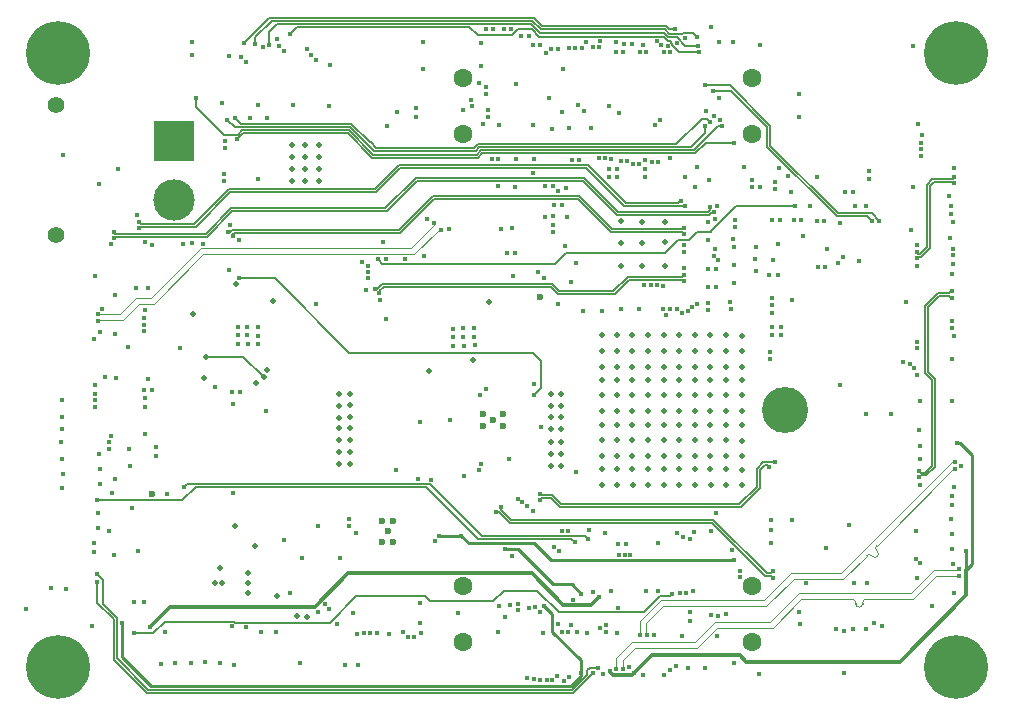
<source format=gbr>
%TF.GenerationSoftware,KiCad,Pcbnew,7.0.6-rc1-29-g152dc56df4*%
%TF.CreationDate,2023-07-03T16:00:48-04:00*%
%TF.ProjectId,pixc4-jetson-universal-carrier,70697863-342d-46a6-9574-736f6e2d756e,rev?*%
%TF.SameCoordinates,Original*%
%TF.FileFunction,Copper,L4,Inr*%
%TF.FilePolarity,Positive*%
%FSLAX46Y46*%
G04 Gerber Fmt 4.6, Leading zero omitted, Abs format (unit mm)*
G04 Created by KiCad (PCBNEW 7.0.6-rc1-29-g152dc56df4) date 2023-07-03 16:00:48*
%MOMM*%
%LPD*%
G01*
G04 APERTURE LIST*
%TA.AperFunction,ComponentPad*%
%ADD10C,1.400000*%
%TD*%
%TA.AperFunction,ComponentPad*%
%ADD11R,3.500000X3.500000*%
%TD*%
%TA.AperFunction,ComponentPad*%
%ADD12C,3.500000*%
%TD*%
%TA.AperFunction,ComponentPad*%
%ADD13C,0.800000*%
%TD*%
%TA.AperFunction,ComponentPad*%
%ADD14C,5.400000*%
%TD*%
%TA.AperFunction,ComponentPad*%
%ADD15C,1.600000*%
%TD*%
%TA.AperFunction,ComponentPad*%
%ADD16C,0.600000*%
%TD*%
%TA.AperFunction,ComponentPad*%
%ADD17C,3.900000*%
%TD*%
%TA.AperFunction,ViaPad*%
%ADD18C,0.400000*%
%TD*%
%TA.AperFunction,ViaPad*%
%ADD19C,0.500000*%
%TD*%
%TA.AperFunction,ViaPad*%
%ADD20C,0.600000*%
%TD*%
%TA.AperFunction,Conductor*%
%ADD21C,0.127254*%
%TD*%
%TA.AperFunction,Conductor*%
%ADD22C,0.254000*%
%TD*%
%TA.AperFunction,Conductor*%
%ADD23C,0.304800*%
%TD*%
%TA.AperFunction,Conductor*%
%ADD24C,0.152400*%
%TD*%
%TA.AperFunction,Conductor*%
%ADD25C,0.102108*%
%TD*%
%TA.AperFunction,Conductor*%
%ADD26C,0.157480*%
%TD*%
G04 APERTURE END LIST*
D10*
%TO.N,*%
%TO.C,J27*%
X61310700Y-97173560D03*
X61310700Y-86173560D03*
D11*
%TO.N,GND*%
X71310700Y-89173560D03*
D12*
%TO.N,/MainPower/PWR_IN*%
X71310700Y-94173560D03*
%TD*%
D13*
%TO.N,GND*%
%TO.C,J1*%
X59475000Y-81750000D03*
X60068109Y-80318109D03*
X60068109Y-83181891D03*
X61500000Y-79725000D03*
D14*
X61500000Y-81750000D03*
D13*
X61500000Y-83775000D03*
X62931891Y-80318109D03*
X62931891Y-83181891D03*
X63525000Y-81750000D03*
%TD*%
%TO.N,GND*%
%TO.C,J2*%
X59475000Y-133750000D03*
X60068109Y-132318109D03*
X60068109Y-135181891D03*
X61500000Y-131725000D03*
D14*
X61500000Y-133750000D03*
D13*
X61500000Y-135775000D03*
X62931891Y-132318109D03*
X62931891Y-135181891D03*
X63525000Y-133750000D03*
%TD*%
%TO.N,GND*%
%TO.C,J3*%
X135475000Y-81750000D03*
X136068109Y-80318109D03*
X136068109Y-83181891D03*
X137500000Y-79725000D03*
D14*
X137500000Y-81750000D03*
D13*
X137500000Y-83775000D03*
X138931891Y-80318109D03*
X138931891Y-83181891D03*
X139525000Y-81750000D03*
%TD*%
%TO.N,GND*%
%TO.C,J4*%
X135475000Y-133750000D03*
X136068109Y-132318109D03*
X136068109Y-135181891D03*
X137500000Y-131725000D03*
D14*
X137500000Y-133750000D03*
D13*
X137500000Y-135775000D03*
X138931891Y-132318109D03*
X138931891Y-135181891D03*
X139525000Y-133750000D03*
%TD*%
D15*
%TO.N,+5V*%
%TO.C,J5*%
X95750000Y-88625000D03*
X120250000Y-88625000D03*
%TO.N,GND*%
X95750000Y-83875000D03*
X120250000Y-83875000D03*
%TD*%
%TO.N,+5V*%
%TO.C,J6*%
X95750000Y-131625000D03*
X120250000Y-131625000D03*
%TO.N,GND*%
X95750000Y-126875000D03*
X120250000Y-126875000D03*
%TD*%
D16*
%TO.N,GND*%
%TO.C,U6*%
X88900800Y-121406200D03*
X88900800Y-123126200D03*
X89380800Y-122266200D03*
X89860800Y-121406200D03*
X89860800Y-123126200D03*
%TD*%
%TO.N,GND*%
%TO.C,U10*%
X99161600Y-112344200D03*
X97441600Y-112344200D03*
X98301600Y-112824200D03*
X99161600Y-113304200D03*
X97441600Y-113304200D03*
%TD*%
D17*
%TO.N,GND*%
%TO.C,SP1*%
X123000000Y-112000000D03*
%TD*%
D18*
%TO.N,GND*%
X86800000Y-130910000D03*
X118643400Y-80822800D03*
X127630000Y-109890000D03*
D19*
X110093600Y-115900000D03*
D18*
X118000000Y-129240000D03*
X99910000Y-124320000D03*
X92700000Y-95800000D03*
X118668800Y-101193600D03*
X82510000Y-81420000D03*
X92120000Y-129990000D03*
D19*
X108772800Y-106984800D03*
D18*
X78650000Y-130750000D03*
X132980000Y-107910000D03*
D19*
X107496771Y-105674800D03*
D18*
X130110000Y-91710000D03*
X113250000Y-90680000D03*
X97180000Y-110690000D03*
D19*
X119352800Y-110730000D03*
X107492800Y-109434000D03*
D18*
X90144600Y-86715600D03*
D19*
X114054284Y-113250000D03*
D18*
X104930000Y-130230000D03*
X69090000Y-109390000D03*
X70530000Y-130740000D03*
X87570000Y-101850000D03*
D19*
X114047084Y-112050000D03*
X107492800Y-106984800D03*
X118006771Y-105674800D03*
X111409942Y-106984800D03*
X115372855Y-113250000D03*
D18*
X81380000Y-86170000D03*
D19*
X116686455Y-114560000D03*
D18*
X117440000Y-85600000D03*
X114450000Y-99990000D03*
X65960000Y-97970000D03*
X99872800Y-96545400D03*
X105580000Y-90790000D03*
D19*
X82510000Y-129470000D03*
D18*
X128880000Y-126660000D03*
D19*
X107494600Y-108314000D03*
X108772800Y-109434000D03*
D18*
X95732600Y-105079800D03*
D19*
X115367455Y-108314000D03*
X108780000Y-113250000D03*
X116686026Y-108314000D03*
D18*
X100190000Y-98680000D03*
X116350000Y-86660000D03*
D19*
X119354600Y-108334000D03*
D18*
X86070000Y-121250000D03*
D19*
X107492800Y-110710000D03*
D18*
X67500000Y-115260000D03*
X124200000Y-87220000D03*
X77546200Y-106426000D03*
X112240000Y-127350000D03*
X105300000Y-99580000D03*
D19*
X107495029Y-114560000D03*
X115387084Y-118327800D03*
D18*
X64500000Y-105990000D03*
X92220000Y-130890000D03*
D19*
X108772800Y-117017800D03*
D18*
X86454400Y-129184400D03*
X102300000Y-129100000D03*
X97300000Y-82830000D03*
D19*
X111409942Y-112050000D03*
X110091371Y-106984800D03*
X110867599Y-97818001D03*
D18*
X66220000Y-124290000D03*
X76708000Y-106426000D03*
X111250000Y-127350000D03*
D19*
X118005029Y-115900000D03*
D18*
X117260000Y-131130000D03*
X67700000Y-120260000D03*
X130090000Y-92420000D03*
X103790000Y-130120000D03*
X78409800Y-105689400D03*
X117110000Y-95790000D03*
X79121000Y-87299800D03*
X75920000Y-82050000D03*
X111125000Y-91617800D03*
D19*
X119355029Y-115920000D03*
D18*
X104750000Y-88100000D03*
X100220000Y-84370000D03*
D19*
X116684226Y-117017800D03*
D18*
X95710000Y-86590000D03*
X124170000Y-85200000D03*
D19*
X79180000Y-108630000D03*
D18*
X124240000Y-129090000D03*
D19*
X118024229Y-118327800D03*
D18*
X120180000Y-93080000D03*
X86840000Y-133580000D03*
D19*
X116684226Y-106984800D03*
D18*
X88940000Y-97730000D03*
X102510000Y-130870000D03*
X93410000Y-123100000D03*
D19*
X111412171Y-115900000D03*
X114051055Y-105674800D03*
D18*
X90660000Y-130820000D03*
X95290000Y-129190000D03*
X79070000Y-112080000D03*
X64580000Y-100660000D03*
D19*
X119355029Y-114580000D03*
D18*
X115544600Y-91414600D03*
D19*
X108775029Y-114560000D03*
D18*
X94530000Y-96670000D03*
D19*
X118005029Y-114560000D03*
D18*
X128730000Y-93520000D03*
D19*
X116688197Y-105674800D03*
D18*
X95783400Y-105841800D03*
X118643400Y-97510600D03*
X76010000Y-96300000D03*
X136960000Y-97400000D03*
X96723200Y-105816400D03*
X92130000Y-113030000D03*
X77495400Y-105664000D03*
X115260000Y-127350000D03*
X64560000Y-109860000D03*
X65200000Y-103420000D03*
X85760000Y-133540000D03*
X102600000Y-100790000D03*
X133890000Y-81170000D03*
X115600000Y-102970000D03*
X134160000Y-99780000D03*
X103260000Y-88160000D03*
X64580000Y-110640000D03*
X133870000Y-93080000D03*
X114970000Y-129890000D03*
X61850000Y-90360000D03*
X94894400Y-105816400D03*
X116484400Y-103505000D03*
X65420000Y-109220000D03*
X83490000Y-121800000D03*
D19*
X119352800Y-107004800D03*
X77550000Y-125780000D03*
D18*
X108762800Y-91587800D03*
X65020000Y-105420000D03*
X124256800Y-130124200D03*
X133270000Y-102810000D03*
D19*
X107500000Y-113250000D03*
D18*
X137130000Y-107700000D03*
X70170000Y-133510000D03*
X122428000Y-100558600D03*
D19*
X107514229Y-118327800D03*
X116705655Y-118327800D03*
D18*
X81980000Y-133400000D03*
X85330000Y-124520000D03*
D19*
X107495029Y-115900000D03*
D18*
X94894400Y-106527600D03*
X120910000Y-81110000D03*
D19*
X109093000Y-99771200D03*
D18*
X121793000Y-121285000D03*
X121640600Y-100533200D03*
D19*
X112728513Y-109434000D03*
D18*
X107600000Y-134300000D03*
D19*
X115365655Y-110710000D03*
D18*
X126441200Y-99898200D03*
X97120000Y-84340000D03*
X110970000Y-81070000D03*
D19*
X77560000Y-127460000D03*
X115365655Y-117017800D03*
D18*
X118550000Y-123850000D03*
X103790000Y-102990000D03*
D19*
X114047084Y-110710000D03*
X108774600Y-108314000D03*
D18*
X68760000Y-128220000D03*
X111950000Y-131030000D03*
D19*
X108772800Y-112050000D03*
D18*
X112960000Y-103960000D03*
D19*
X114047084Y-109434000D03*
X119356771Y-105694800D03*
X111411742Y-108314000D03*
X114049313Y-114560000D03*
D18*
X102750000Y-81750000D03*
X84450000Y-82790000D03*
X92405200Y-83108800D03*
X105810000Y-81340000D03*
X78390000Y-86180000D03*
X105950000Y-103570000D03*
X99640000Y-116120000D03*
D19*
X119352800Y-112070000D03*
D18*
X68840000Y-111770000D03*
D19*
X107492800Y-117017800D03*
X119360000Y-113270000D03*
X81710000Y-129460000D03*
X109093000Y-95986600D03*
D18*
X78409800Y-106426000D03*
X80580000Y-122980000D03*
X106740000Y-127400000D03*
D19*
X110091371Y-112050000D03*
D18*
X99974400Y-100660200D03*
X69060000Y-101690000D03*
X134420000Y-111230000D03*
X68170000Y-95500000D03*
D19*
X118002800Y-109434000D03*
X114047084Y-106984800D03*
D18*
X116484400Y-102895400D03*
D19*
X115367884Y-115900000D03*
X110112800Y-118327800D03*
X110947200Y-99771200D03*
D18*
X76708000Y-105638600D03*
D19*
X116684226Y-110710000D03*
D18*
X137120000Y-100480000D03*
X98800000Y-128580000D03*
X129290000Y-99330000D03*
X75565000Y-89179400D03*
X89490000Y-130980000D03*
X101780000Y-90720000D03*
X98780000Y-87830000D03*
X122428000Y-97917000D03*
D19*
X112749942Y-118327800D03*
D18*
X64490000Y-123240000D03*
X84390000Y-86270000D03*
X114960000Y-129070000D03*
D19*
X112732484Y-105674800D03*
X116684226Y-112050000D03*
D18*
X137890000Y-116700000D03*
X108780000Y-130840000D03*
D19*
X108775029Y-115900000D03*
D18*
X137310000Y-91510000D03*
X108864400Y-128717000D03*
X83490000Y-129070000D03*
X114760000Y-133790000D03*
X73760000Y-97900000D03*
X127320000Y-130570000D03*
X128920000Y-94700000D03*
D19*
X119352800Y-109454000D03*
D18*
X116280000Y-133840000D03*
D19*
X118002800Y-106984800D03*
D18*
X131200000Y-130240000D03*
X104521000Y-95605600D03*
X117144800Y-100076000D03*
X137290000Y-118500000D03*
D19*
X111417142Y-113250000D03*
D18*
X88470000Y-130880000D03*
X121996200Y-99263200D03*
X136940000Y-93830000D03*
X96697800Y-105079800D03*
X75372200Y-86022200D03*
X137270000Y-96050000D03*
D19*
X119374229Y-118347800D03*
D18*
X111180000Y-90820000D03*
X108102400Y-91567000D03*
D19*
X119352800Y-117037800D03*
D18*
X113080000Y-81160000D03*
D19*
X108772800Y-110710000D03*
D18*
X117144800Y-101549200D03*
X120910000Y-93070000D03*
D19*
X112877600Y-99771200D03*
D18*
X67880000Y-128210000D03*
D19*
X78160000Y-123520000D03*
D18*
X107320000Y-80780000D03*
X77698600Y-87299800D03*
X120180000Y-92520000D03*
X97282000Y-80949800D03*
X121793000Y-122174000D03*
X88690000Y-102670000D03*
X117250000Y-94730000D03*
D19*
X115365655Y-106984800D03*
D18*
X135440000Y-128550000D03*
D19*
X118002800Y-112050000D03*
D18*
X137150000Y-111190000D03*
X66290000Y-105510000D03*
D19*
X114068513Y-118327800D03*
X110093171Y-108314000D03*
X112852200Y-97790000D03*
D18*
X68770000Y-105300000D03*
D19*
X110091371Y-109434000D03*
X108776771Y-105674800D03*
D18*
X104485000Y-93192600D03*
X67350000Y-106650000D03*
X77495400Y-104978200D03*
X91770000Y-86410000D03*
X58790000Y-128800000D03*
X123610000Y-102650000D03*
D19*
X109118400Y-97840800D03*
D18*
X117120000Y-98330000D03*
X101710000Y-87850000D03*
X117424200Y-80848200D03*
X87200000Y-99460000D03*
D19*
X112728513Y-110710000D03*
X110098571Y-113250000D03*
D18*
X78384400Y-104978200D03*
X126480000Y-123650000D03*
D19*
X114048884Y-108314000D03*
D18*
X79900000Y-130760000D03*
X68820000Y-103550000D03*
X111060000Y-101420000D03*
X76810000Y-97580000D03*
X134550000Y-90510000D03*
X112240000Y-123220000D03*
X109410000Y-80970000D03*
X128410000Y-121740000D03*
D19*
X118002800Y-110710000D03*
X108794229Y-118327800D03*
D18*
X78780000Y-81230000D03*
X134210000Y-109040000D03*
D19*
X110947200Y-96062800D03*
X111409942Y-117017800D03*
X116691426Y-113250000D03*
D18*
X92140000Y-128350000D03*
X69780000Y-115080000D03*
X82120000Y-124520000D03*
D19*
X112728513Y-117017800D03*
D18*
X68100000Y-101680000D03*
X68790000Y-97750000D03*
D19*
X115365655Y-109434000D03*
D18*
X134110000Y-122250000D03*
D19*
X115367884Y-114560000D03*
D18*
X94630000Y-112830000D03*
D19*
X76420000Y-121770000D03*
D18*
X129930000Y-126630000D03*
D19*
X112728513Y-112050000D03*
D18*
X107750000Y-122430000D03*
D19*
X116684226Y-109434000D03*
D18*
X109821900Y-133780000D03*
X116586000Y-92481400D03*
X67530000Y-116760000D03*
D19*
X118002800Y-117017800D03*
X114047084Y-117017800D03*
D18*
X104250000Y-83100000D03*
X105440000Y-130810000D03*
X97470000Y-87730000D03*
X94869000Y-105105200D03*
D19*
X112730313Y-108314000D03*
D18*
X110660000Y-103400000D03*
D19*
X112730742Y-114560000D03*
D18*
X121793000Y-123215400D03*
D19*
X112728513Y-106984800D03*
D18*
X79980000Y-80550000D03*
D19*
X111409942Y-109434000D03*
X110091371Y-110710000D03*
D18*
X68840000Y-110990000D03*
X134570000Y-88710000D03*
X64470000Y-124030000D03*
D19*
X115365655Y-112050000D03*
X118010000Y-113250000D03*
D18*
X99510000Y-98680000D03*
X72770000Y-80850000D03*
X89331800Y-87909400D03*
D19*
X111409942Y-110710000D03*
X110093600Y-114560000D03*
X111431371Y-118327800D03*
X77540000Y-126650000D03*
D18*
X107350000Y-130440000D03*
X95808800Y-106527600D03*
X98750000Y-130770000D03*
X66380000Y-109250000D03*
X134150000Y-98050000D03*
D19*
X112852200Y-96037400D03*
D18*
X96748600Y-106502200D03*
D19*
X110091371Y-117017800D03*
D18*
X114280000Y-103780000D03*
X76708000Y-104978200D03*
X129910000Y-112290000D03*
X85090000Y-130080000D03*
X75565000Y-89789000D03*
D19*
X114049313Y-115900000D03*
D18*
X91795600Y-87198200D03*
D19*
X116686455Y-115900000D03*
D18*
X72770000Y-81950000D03*
X108260000Y-127350000D03*
X105040000Y-128060000D03*
X123647200Y-121310400D03*
X92354400Y-80797400D03*
X64380000Y-130250000D03*
D19*
X112730742Y-115900000D03*
X111412171Y-114560000D03*
D18*
X117527399Y-87473352D03*
X68800000Y-114020000D03*
X112680000Y-101450000D03*
X87690000Y-100850000D03*
D19*
X111413913Y-105674800D03*
X107492800Y-112050000D03*
X118004600Y-108314000D03*
D18*
X106260000Y-130890000D03*
D19*
X112735713Y-113250000D03*
D18*
X68260000Y-123950000D03*
X137200000Y-99590000D03*
X125755400Y-92278200D03*
D19*
X110095342Y-105674800D03*
X115369626Y-105674800D03*
D18*
X119532400Y-91414600D03*
D19*
%TO.N,+5V*%
X85242400Y-116586000D03*
D18*
X97729000Y-110236000D03*
D19*
X85242400Y-115570000D03*
X86156800Y-111556800D03*
X85242400Y-114554000D03*
D18*
X86660000Y-122380000D03*
X121900000Y-105630000D03*
D19*
X86156800Y-116535200D03*
X85242400Y-111607600D03*
X86156800Y-114503200D03*
X86156800Y-112572800D03*
D18*
X86060000Y-121770000D03*
D19*
X73840000Y-109260000D03*
X86156800Y-113538000D03*
D18*
X124570000Y-97240000D03*
X127950000Y-99070000D03*
D19*
X85242400Y-112623600D03*
D18*
X127540000Y-99520000D03*
D19*
X86156800Y-115519200D03*
X86156800Y-110591600D03*
X85242400Y-113538000D03*
D18*
X120548400Y-98221800D03*
X104960000Y-90810000D03*
X102720000Y-93000000D03*
X124360000Y-95940000D03*
X60850000Y-127070000D03*
D20*
X102311200Y-102438200D03*
D19*
X85242400Y-110591600D03*
D18*
%TO.N,3V3_SYS*%
X116770000Y-79560000D03*
%TO.N,USB2-*%
X134540000Y-89374834D03*
X113263500Y-81640000D03*
%TO.N,USB2+*%
X134540000Y-89901834D03*
X112736500Y-81640000D03*
%TO.N,PORT_VBUS_2*%
X134243334Y-87763334D03*
X117020000Y-87100000D03*
%TO.N,USB3-*%
X111263500Y-81680000D03*
X137250000Y-98351500D03*
%TO.N,USB3+*%
X137250000Y-98878500D03*
X110736500Y-81680000D03*
%TO.N,PORT_VBUS_3*%
X133700000Y-96750000D03*
X110070000Y-80960000D03*
%TO.N,USB4-*%
X109263500Y-81660000D03*
X133583677Y-108053677D03*
%TO.N,USB4+*%
X133956323Y-108426323D03*
X108736500Y-81660000D03*
%TO.N,PORT_VBUS_4*%
X137300000Y-105760000D03*
X108740000Y-80850000D03*
%TO.N,ETH_RADIO_TX_N*%
X102304140Y-81090000D03*
X122125060Y-116374940D03*
X102240000Y-119063800D03*
%TO.N,ETH_RADIO_TX_P*%
X101695860Y-81090000D03*
X121694940Y-116805060D03*
X102240000Y-119616200D03*
%TO.N,ETH_RADIO_RX_N*%
X101304140Y-80290000D03*
X122000000Y-125635860D03*
X98955303Y-120204697D03*
%TO.N,ETH_RADIO_RX_P*%
X98564697Y-120595303D03*
X122000000Y-126244140D03*
X100695860Y-80290000D03*
%TO.N,ETH_SPARE_RX_P*%
X121780000Y-107694140D03*
X99804140Y-79690000D03*
%TO.N,ETH_SPARE_RX_N*%
X121780000Y-107085860D03*
X99195860Y-79690000D03*
%TO.N,ETH_SPARE_TX_P*%
X118770000Y-96504140D03*
X98304140Y-79720000D03*
%TO.N,ETH_SPARE_TX_N*%
X118770000Y-95895860D03*
X97695860Y-79720000D03*
D19*
%TO.N,Net-(D2-K)*%
X96580000Y-107730000D03*
X97920000Y-102810000D03*
D18*
%TO.N,FMU_I2C_1_SDA*%
X65000000Y-116980000D03*
X103437300Y-123567300D03*
%TO.N,FMU_I2C_1_SCL*%
X64970000Y-115710000D03*
X101670000Y-120520000D03*
%TO.N,GPS1_RX*%
X101200000Y-120150000D03*
X65820000Y-115280000D03*
%TO.N,GPS1_TX*%
X65800000Y-114720000D03*
X100782162Y-119804123D03*
%TO.N,+VDD_5V_PERIPH*%
X108220000Y-134110000D03*
X110960000Y-134390000D03*
X65910000Y-114190000D03*
X105710000Y-134240000D03*
X61760000Y-118630000D03*
X66840000Y-130060000D03*
X138330000Y-123950000D03*
X110235000Y-134265000D03*
X76380000Y-133550000D03*
X100400000Y-119480000D03*
X137560000Y-114790000D03*
X102590000Y-128570000D03*
%TO.N,BATT_VOLTAGE_SENS_PROT*%
X61860000Y-117380000D03*
X117320000Y-129400000D03*
X114360000Y-122780000D03*
%TO.N,BATT_CURRENT_SENS_PROT*%
X116740000Y-129380000D03*
X61780000Y-116110000D03*
X113840000Y-122360000D03*
%TO.N,FMU-CH1-PROT*%
X101840000Y-128640000D03*
X134410000Y-118330000D03*
%TO.N,IO-CH8-PROT*%
X104730000Y-134610000D03*
X137170000Y-119280000D03*
%TO.N,IO-CH7-PROT*%
X137110000Y-119990000D03*
X104290000Y-134910000D03*
%TO.N,IO-CH6-PROT*%
X103750000Y-134520000D03*
X137090000Y-121220000D03*
%TO.N,IO-CH5-PROT*%
X137130000Y-122480000D03*
X103320979Y-134848867D03*
%TO.N,IO-CH4-PROT*%
X137190000Y-123720000D03*
X102820000Y-134860000D03*
%TO.N,IO-CH3-PROT*%
X102260000Y-134870000D03*
X137250000Y-124990000D03*
%TO.N,IO-CH2-PROT*%
X101750000Y-134780000D03*
X134220000Y-126240000D03*
%TO.N,IO-CH1-PROT*%
X101140000Y-134670000D03*
X137320000Y-127470000D03*
%TO.N,ETH_RADIO_TX_POSTMAG_N*%
X137120000Y-101925460D03*
X134370000Y-117131300D03*
%TO.N,ETH_RADIO_TX_POSTMAG_P*%
X137120000Y-102533740D03*
X134370000Y-117658300D03*
%TO.N,ETH_RADIO_RX_POSTMAG_N*%
X134088279Y-124573677D03*
X137130000Y-104425460D03*
%TO.N,ETH_RADIO_RX_POSTMAG_P*%
X137130000Y-105033740D03*
X134460925Y-124946323D03*
%TO.N,ETH_SPARE_TX_POSTMAG_N*%
X137340000Y-92266500D03*
X134167726Y-98621500D03*
%TO.N,ETH_SPARE_TX_POSTMAG_P*%
X137340000Y-92793500D03*
X134167726Y-99148500D03*
%TO.N,ETH_SPARE_RX_POSTMAG_N*%
X134200000Y-106241500D03*
X137090000Y-94754260D03*
%TO.N,ETH_SPARE_RX_POSTMAG_P*%
X137090000Y-95362540D03*
X134200000Y-106768500D03*
D19*
%TO.N,Net-(D3-K)*%
X78245300Y-109710000D03*
X79640000Y-102720000D03*
D18*
%TO.N,+1V1*%
X118668800Y-98221800D03*
X122148600Y-92684600D03*
X122148600Y-93243400D03*
X108102400Y-92227400D03*
X111125000Y-92252800D03*
X107518200Y-103581200D03*
X123740000Y-95930000D03*
X112664200Y-103454200D03*
X116454000Y-96062800D03*
X103370000Y-92990000D03*
X121890000Y-104970000D03*
X116494600Y-100076000D03*
X109139200Y-103428800D03*
X116454400Y-97561400D03*
X122580000Y-95890000D03*
X121880000Y-95870000D03*
%TO.N,+5V_FMU*%
X124820000Y-126640000D03*
X108910000Y-123310000D03*
X108960000Y-124290000D03*
D19*
X103225600Y-116687600D03*
X75210000Y-125330000D03*
X104089200Y-113588800D03*
X104089200Y-115671600D03*
D18*
X102710000Y-95610000D03*
X122540000Y-91460000D03*
D19*
X75350000Y-126660000D03*
X104089200Y-111658400D03*
X92910000Y-108670000D03*
X103225600Y-111658400D03*
X74760000Y-126660000D03*
D20*
X69392800Y-119126000D03*
D18*
X126350000Y-95960000D03*
D19*
X79970000Y-127700000D03*
X104089200Y-112572800D03*
D18*
X109930000Y-124290000D03*
X62160000Y-127160000D03*
X109580000Y-123300000D03*
X66070000Y-119030000D03*
X109430000Y-124300000D03*
D19*
X104089200Y-114655600D03*
X103225600Y-110642400D03*
D18*
X81110000Y-127508000D03*
D19*
X103225600Y-113588800D03*
D18*
X65760000Y-122210000D03*
D19*
X103225600Y-112572800D03*
D18*
X122670000Y-105620000D03*
D19*
X103225600Y-115671600D03*
X104089200Y-116687600D03*
X103225600Y-114655600D03*
X104089200Y-110642400D03*
D18*
%TO.N,IRID_ON_OFF_3.3*%
X115760000Y-81710000D03*
X81070000Y-80190000D03*
%TO.N,IRID_TX_IN_3.3*%
X115610000Y-81130000D03*
X79360000Y-81070000D03*
%TO.N,IRID_RING_3.3*%
X115560000Y-80370000D03*
X78150000Y-81040000D03*
%TO.N,IRID_NA_3.3*%
X77170000Y-80930000D03*
X113690000Y-79760000D03*
%TO.N,IRID_RX_OUT_3.3*%
X117710000Y-87940000D03*
X73170000Y-85550000D03*
%TO.N,USB_EXT2_SSTX-*%
X113280000Y-103430000D03*
X100390000Y-128380000D03*
%TO.N,Net-(U9-VCC)*%
X69750000Y-115860000D03*
X70730000Y-119120000D03*
%TO.N,XAVIER_I2C1_SCL*%
X128010000Y-130660000D03*
X130370000Y-95980000D03*
X116920000Y-84940000D03*
%TO.N,CAM1_D0_N*%
X112454284Y-87445716D03*
%TO.N,CAM1_D0_P*%
X112045716Y-87854284D03*
X104100000Y-86720000D03*
X103010000Y-85540000D03*
%TO.N,CAM1_C_N*%
X108110000Y-86280000D03*
%TO.N,CAM1_C_P*%
X108990000Y-86830000D03*
%TO.N,CAM1_D1_N*%
X105510000Y-86160000D03*
%TO.N,CAM1_D1_P*%
X106035716Y-86644284D03*
%TO.N,XAVIER_I2C1_SDA*%
X130570000Y-129980000D03*
X116250000Y-84480000D03*
X130960000Y-95960000D03*
%TO.N,GPIO10*%
X76440000Y-87260000D03*
X116660000Y-87560000D03*
X72080000Y-97970000D03*
%TO.N,GPIO12*%
X75800000Y-87420000D03*
X116250000Y-87910000D03*
X69460000Y-97990000D03*
%TO.N,RC_INPUT*%
X76820000Y-100840000D03*
X101790000Y-110737300D03*
X64970000Y-92840000D03*
X106390000Y-122150000D03*
%TO.N,+VDD_5V_RADIO*%
X69240000Y-130350000D03*
X66500000Y-91570000D03*
X107240000Y-127840000D03*
%TO.N,BUZZER_OUT*%
X66320000Y-117840000D03*
X64810000Y-121970000D03*
%TO.N,SAFETY_VDD*%
X105750000Y-127550000D03*
X64880000Y-120720000D03*
X99280000Y-123780000D03*
%TO.N,SAFETY_SWITCH_IN*%
X64980000Y-118250000D03*
X103874349Y-123900000D03*
%TO.N,TELEM1_TX*%
X114280000Y-131130000D03*
X75180000Y-133430000D03*
%TO.N,TELEM1_RX*%
X113750000Y-133660000D03*
X73900000Y-133360000D03*
%TO.N,TELEM1_CTS*%
X113240000Y-134040000D03*
X72680000Y-133380000D03*
%TO.N,TELEM1_RTS*%
X71390000Y-133380000D03*
X112780000Y-134420000D03*
%TO.N,INTVCC*%
X125791000Y-99872800D03*
X120497600Y-99237800D03*
%TO.N,USB_EXT2_SSTX+*%
X113840000Y-103410000D03*
X100380000Y-128930000D03*
%TO.N,CAN_2+*%
X137730000Y-125470860D03*
X108695860Y-133920000D03*
%TO.N,CAN_2-*%
X109304140Y-133920000D03*
X137730000Y-126079140D03*
%TO.N,FMU_I2C_2_SDA*%
X64780000Y-125880000D03*
X107200000Y-133820000D03*
%TO.N,FMU_I2C_2_SCL*%
X64750000Y-126590000D03*
X106750000Y-134270000D03*
%TO.N,FMU-CH4-PROT*%
X99310000Y-129550000D03*
X134370000Y-113670000D03*
%TO.N,FMU-CH3-PROT*%
X99750000Y-128470000D03*
X134420000Y-115000000D03*
%TO.N,FMU-CH2-PROT*%
X134420000Y-116120000D03*
X101330000Y-128710000D03*
%TO.N,USB_EXT1_SSTX-*%
X84426323Y-128806323D03*
X117356323Y-99316323D03*
X87690000Y-100322070D03*
%TO.N,USB_EXT1_SSTX+*%
X87690000Y-99817930D03*
X84053677Y-128433677D03*
X116983677Y-98943677D03*
%TO.N,CAM1_GPIO*%
X108290000Y-90700000D03*
X112170000Y-80767300D03*
%TO.N,CAM1_MCLK*%
X107760000Y-90690000D03*
X112551641Y-81092037D03*
%TO.N,CAM1_SCL0*%
X113830000Y-80940000D03*
X107240000Y-90680000D03*
%TO.N,CAM1_SDA0*%
X106600000Y-88150000D03*
X114572700Y-80500000D03*
%TO.N,CAM0_D0_N*%
X76965716Y-82075716D03*
X97670000Y-84671100D03*
%TO.N,CAM0_D0_P*%
X97670000Y-85248900D03*
X77374284Y-82484284D03*
%TO.N,CAM0_C_N*%
X96410000Y-85730000D03*
X82895716Y-81935716D03*
%TO.N,CAM0_C_P*%
X83304284Y-82344284D03*
X96480000Y-86280000D03*
%TO.N,CAM0_D1_N*%
X97830000Y-86581100D03*
X80205716Y-81145716D03*
%TO.N,CAM0_D1_P*%
X80614284Y-81554284D03*
X97830000Y-87158900D03*
%TO.N,CAM0_GPIO*%
X101640000Y-91900000D03*
%TO.N,CAM0_MCLK*%
X100180000Y-93130000D03*
%TO.N,CAM0_SCL0*%
X100200000Y-90700000D03*
%TO.N,CAM0_SDA0*%
X98680000Y-93020000D03*
%TO.N,USBSS_TX_N*%
X112290000Y-90990000D03*
X105263500Y-81350000D03*
%TO.N,USBSS_TX_P*%
X111770000Y-90980000D03*
X104736500Y-81350000D03*
%TO.N,UART4_RX*%
X114660000Y-127480000D03*
X119167208Y-126152989D03*
%TO.N,UART4_TX*%
X119190000Y-125630000D03*
X114120000Y-127490000D03*
%TO.N,S.BUS_OUT*%
X67920000Y-130900000D03*
X113470000Y-127530000D03*
%TO.N,USB_CELL_SSTX+*%
X116643677Y-94833677D03*
X64600000Y-111706000D03*
X66200000Y-96937930D03*
%TO.N,USB_CELL_SSTX-*%
X66200000Y-97442070D03*
X117016323Y-95206323D03*
X64600000Y-111179000D03*
%TO.N,+SIM_VCC*%
X83310000Y-102980000D03*
X76300000Y-111520000D03*
X128077000Y-93522800D03*
X127650000Y-96140000D03*
%TO.N,Net-(D9-K)*%
X77380000Y-130360000D03*
X75950000Y-100150000D03*
X76190000Y-130290000D03*
%TO.N,Net-(D10-A)*%
X132010000Y-112350000D03*
X120780000Y-134330000D03*
X128030000Y-134220000D03*
%TO.N,USB_CELL_D+*%
X68330000Y-96097930D03*
X114180000Y-94260000D03*
X68710000Y-104236500D03*
%TO.N,USB_CELL_D-*%
X114526323Y-94706323D03*
X68710000Y-104763500D03*
X68330000Y-96602070D03*
%TO.N,USB_CELL_SSRX+*%
X114470000Y-96554501D03*
X75891759Y-96891759D03*
X68740000Y-110263500D03*
%TO.N,USB_CELL_SSRX-*%
X114470000Y-97081501D03*
X69410000Y-110310000D03*
X76248241Y-97248241D03*
%TO.N,USB_EXT1_D+*%
X114490000Y-98054502D03*
X91101500Y-131190000D03*
%TO.N,USB_EXT1_D-*%
X114490000Y-98581502D03*
X91628500Y-131190000D03*
%TO.N,USB_EXT1_SSRX+*%
X114460000Y-100554502D03*
X87351500Y-130890000D03*
X88311759Y-101721759D03*
%TO.N,USB_EXT1_SSRX-*%
X114460000Y-101081502D03*
X88668241Y-102078241D03*
X87878500Y-130890000D03*
%TO.N,USB_EXT2_D+*%
X115136323Y-103243677D03*
X107871500Y-130740000D03*
%TO.N,USB_EXT2_D-*%
X114763677Y-103616323D03*
X107850000Y-130170000D03*
%TO.N,USB_EXT2_SSRX+*%
X112150000Y-101440000D03*
X104121500Y-130750000D03*
X104132930Y-122230000D03*
%TO.N,USB_EXT2_SSRX-*%
X104648500Y-130750000D03*
X104637070Y-122230000D03*
X111630000Y-101430000D03*
%TO.N,PWRCTRL2*%
X101720000Y-109750000D03*
X102100000Y-100330000D03*
%TO.N,+3V3*%
X118414800Y-103454200D03*
X121920000Y-102463600D03*
X125710000Y-95960000D03*
X123260000Y-92170000D03*
X122650000Y-104980000D03*
X103378000Y-96951800D03*
X118389400Y-102844600D03*
X104889600Y-101142800D03*
X121920000Y-103784400D03*
X118668800Y-99745800D03*
X114528600Y-92242600D03*
X116484400Y-101549200D03*
X103454200Y-94640400D03*
X104368600Y-98069400D03*
X103360000Y-95590000D03*
X121920000Y-103124000D03*
X108770000Y-92220000D03*
%TO.N,OVERCUR3*%
X103378000Y-96312200D03*
X102330000Y-113400000D03*
%TO.N,OVERCUR2*%
X104104400Y-94640400D03*
X105321401Y-117240000D03*
X97290000Y-116550000D03*
%TO.N,CAN_1+*%
X137380000Y-116360860D03*
X110695860Y-131020000D03*
%TO.N,CAN_1-*%
X111304140Y-131020000D03*
X137380000Y-116969140D03*
D19*
%TO.N,/MainPower/PWR_IN*%
X81305400Y-91541600D03*
X83591400Y-90551000D03*
X82346800Y-92583000D03*
X82346800Y-90551000D03*
X81305400Y-90551000D03*
X83591400Y-89509600D03*
X83591400Y-92583000D03*
X83591400Y-91541600D03*
D18*
X75539600Y-91998800D03*
D19*
X81305400Y-89509600D03*
X82346800Y-91541600D03*
D18*
X78359000Y-92430600D03*
D19*
X82346800Y-89509600D03*
D18*
X75539600Y-92583000D03*
D19*
X81305400Y-92583000D03*
D18*
%TO.N,JETSON_USB1_D_P*%
X106736500Y-81290000D03*
X109104100Y-90900000D03*
%TO.N,JETSON_USB1_D_N*%
X107263500Y-81290000D03*
X109631100Y-90900000D03*
%TO.N,USBSS_RX_P*%
X110104099Y-91130000D03*
X103236500Y-81450000D03*
%TO.N,USBSS_RX_N*%
X103763500Y-81450000D03*
X110631099Y-91130000D03*
%TO.N,Net-(IC1-USB_R1)*%
X115351600Y-93141800D03*
%TO.N,JETSON_CAN+*%
X93324894Y-96144894D03*
X64870000Y-103830860D03*
X98170000Y-90720000D03*
%TO.N,JETSON_CAN-*%
X98750000Y-90720000D03*
X64870000Y-104439140D03*
X93895106Y-96715106D03*
%TO.N,PORT_VBUS_JETSON*%
X103780000Y-93469350D03*
X106180000Y-80830000D03*
%TO.N,GPIO02*%
X72830000Y-97870000D03*
X118720000Y-89360000D03*
X76640000Y-89050000D03*
%TO.N,BATT2_CURRENT_SENS_PROT*%
X115010000Y-122940000D03*
X61800000Y-113610000D03*
%TO.N,BATT2_VOLTAGE_SENS_PROT*%
X115350000Y-122320000D03*
X61730000Y-114680000D03*
%TO.N,SPARE1_ADC1*%
X116740000Y-122220000D03*
X93065744Y-117871709D03*
%TO.N,SPARE2_ADC1*%
X97100000Y-117090000D03*
X117180000Y-120710000D03*
%TO.N,Net-(J20-Pin_7)*%
X64730000Y-119600000D03*
X105230000Y-123190000D03*
D19*
%TO.N,Net-(J30-~{FULL_CARD_POWER_OFF})*%
X76510000Y-101360000D03*
X72880000Y-103890000D03*
%TO.N,PCIE_DIS*%
X78870000Y-109230000D03*
X74000000Y-107520000D03*
D18*
%TO.N,VBUS_CELL*%
X71810000Y-106720000D03*
X98950000Y-96640000D03*
%TO.N,SIM_RESET*%
X125160000Y-94710000D03*
X89220000Y-104260000D03*
X92490000Y-98950000D03*
X74730000Y-110000000D03*
%TO.N,SIM_CLK*%
X76200000Y-110440000D03*
X123490000Y-93560000D03*
X89220000Y-99210000D03*
%TO.N,SIM_DATA*%
X123850000Y-94710000D03*
X76850000Y-110440000D03*
X88560000Y-99240000D03*
%TO.N,SIM_DETECT*%
X129870000Y-94700000D03*
X90850000Y-99180000D03*
X76280000Y-119050000D03*
%TO.N,Net-(U9-+IN)*%
X106330000Y-122870000D03*
X72110000Y-118490000D03*
%TO.N,PGOOD2*%
X120548400Y-100228400D03*
X126570000Y-98370000D03*
%TO.N,+5V_PROT*%
X90115000Y-117095000D03*
X66310000Y-102250000D03*
%TO.N,RS232_TXD*%
X129870000Y-130500000D03*
%TO.N,RS232_RXD*%
X128750000Y-130550000D03*
%TO.N,+5V_PROT_INS*%
X118680000Y-133420000D03*
X118670000Y-124710000D03*
X95590000Y-122640000D03*
X93740000Y-122620000D03*
%TO.N,Net-(J13-Pin_6)*%
X61810000Y-112540000D03*
X91980000Y-117848700D03*
%TO.N,Net-(J13-Pin_7)*%
X95873592Y-117560000D03*
X61840000Y-111170000D03*
%TD*%
D21*
%TO.N,ETH_RADIO_TX_N*%
X103302712Y-119212746D02*
X102388946Y-119212746D01*
X104042712Y-119952746D02*
X103302712Y-119212746D01*
X119147288Y-119952746D02*
X104042712Y-119952746D01*
X120612746Y-118487288D02*
X119147288Y-119952746D01*
X102388946Y-119212746D02*
X102240000Y-119063800D01*
X121185094Y-116374940D02*
X120612746Y-116947288D01*
X122125060Y-116374940D02*
X121185094Y-116374940D01*
X120612746Y-116947288D02*
X120612746Y-118487288D01*
%TO.N,ETH_RADIO_TX_P*%
X120867254Y-117052712D02*
X120867254Y-118592712D01*
X120867254Y-118592712D02*
X119252712Y-120207254D01*
X102388946Y-119467254D02*
X102240000Y-119616200D01*
X121290518Y-116629448D02*
X120867254Y-117052712D01*
X103937288Y-120207254D02*
X103197288Y-119467254D01*
X121694940Y-116805060D02*
X121519328Y-116629448D01*
X119252712Y-120207254D02*
X103937288Y-120207254D01*
X103197288Y-119467254D02*
X102388946Y-119467254D01*
X121519328Y-116629448D02*
X121290518Y-116629448D01*
%TO.N,ETH_RADIO_RX_N*%
X122000000Y-125635860D02*
X121823114Y-125812746D01*
X121462712Y-125812746D02*
X116942712Y-121292746D01*
X98955303Y-120415338D02*
X98955303Y-120204697D01*
X99832711Y-121292746D02*
X98955303Y-120415338D01*
X116942712Y-121292746D02*
X99832711Y-121292746D01*
X121823114Y-125812746D02*
X121462712Y-125812746D01*
%TO.N,ETH_RADIO_RX_P*%
X98775338Y-120595303D02*
X98564697Y-120595303D01*
X122000000Y-126244140D02*
X121823114Y-126067254D01*
X99727289Y-121547254D02*
X98775338Y-120595303D01*
X116837288Y-121547254D02*
X99727289Y-121547254D01*
X121823114Y-126067254D02*
X121357288Y-126067254D01*
X121357288Y-126067254D02*
X116837288Y-121547254D01*
D22*
%TO.N,+VDD_5V_PERIPH*%
X79260000Y-135370000D02*
X79250000Y-135360000D01*
D23*
X119216000Y-132766000D02*
X119740000Y-133290000D01*
X108220000Y-134110000D02*
X108220000Y-134210000D01*
D22*
X138870000Y-125020000D02*
X138330000Y-125560000D01*
X137560000Y-114790000D02*
X137840000Y-114790000D01*
X103280000Y-129260000D02*
X102590000Y-128570000D01*
D23*
X138330000Y-127680000D02*
X138330000Y-125560000D01*
D22*
X105710000Y-134520000D02*
X104860000Y-135370000D01*
D23*
X110080000Y-134420000D02*
X110235000Y-134265000D01*
D22*
X103280000Y-130740000D02*
X105710000Y-133170000D01*
X104860000Y-135370000D02*
X79260000Y-135370000D01*
X138870000Y-115820000D02*
X138870000Y-125020000D01*
X138330000Y-125560000D02*
X138330000Y-123950000D01*
X105710000Y-134240000D02*
X105710000Y-134520000D01*
X103280000Y-130740000D02*
X103280000Y-129260000D01*
X66840000Y-132880000D02*
X69330000Y-135370000D01*
X66840000Y-132880000D02*
X66840000Y-130060000D01*
X69330000Y-135370000D02*
X79240000Y-135370000D01*
X105710000Y-134240000D02*
X105710000Y-133170000D01*
D23*
X110235000Y-134265000D02*
X111734000Y-132766000D01*
D22*
X79250000Y-135360000D02*
X79240000Y-135370000D01*
D23*
X132720000Y-133290000D02*
X138330000Y-127680000D01*
D22*
X137840000Y-114790000D02*
X138870000Y-115820000D01*
D23*
X119740000Y-133290000D02*
X132720000Y-133290000D01*
X108220000Y-134210000D02*
X108430000Y-134420000D01*
X108430000Y-134420000D02*
X110080000Y-134420000D01*
X111734000Y-132766000D02*
X119216000Y-132766000D01*
D21*
%TO.N,ETH_RADIO_TX_POSTMAG_N*%
X134518946Y-117280246D02*
X134370000Y-117131300D01*
X135445446Y-109437450D02*
X135445446Y-116732550D01*
X137120000Y-101925460D02*
X136930414Y-102115046D01*
X136930414Y-102115046D02*
X135982950Y-102115046D01*
X134895446Y-108887450D02*
X135445446Y-109437450D01*
X134897750Y-117280246D02*
X134518946Y-117280246D01*
X135445446Y-116732550D02*
X134897750Y-117280246D01*
X135982950Y-102115046D02*
X134895446Y-103202550D01*
X134895446Y-103202550D02*
X134895446Y-108887450D01*
%TO.N,ETH_RADIO_TX_POSTMAG_P*%
X137120000Y-102533740D02*
X136930414Y-102344154D01*
X134992650Y-117509354D02*
X134518946Y-117509354D01*
X135674554Y-109342550D02*
X135674554Y-116827450D01*
X136930414Y-102344154D02*
X136077850Y-102344154D01*
X136077850Y-102344154D02*
X135124554Y-103297450D01*
X134518946Y-117509354D02*
X134370000Y-117658300D01*
X135124554Y-103297450D02*
X135124554Y-108792550D01*
X135674554Y-116827450D02*
X134992650Y-117509354D01*
X135124554Y-108792550D02*
X135674554Y-109342550D01*
%TO.N,ETH_SPARE_TX_POSTMAG_N*%
X134402395Y-98757999D02*
X135003000Y-98157394D01*
X135003000Y-98157394D02*
X135003000Y-92897394D01*
X134304225Y-98757999D02*
X134402395Y-98757999D01*
X135497395Y-92402999D02*
X137203501Y-92402999D01*
X137203501Y-92402999D02*
X137340000Y-92266500D01*
X135003000Y-92897394D02*
X135497395Y-92402999D01*
X134167726Y-98621500D02*
X134304225Y-98757999D01*
%TO.N,ETH_SPARE_TX_POSTMAG_P*%
X135257000Y-98262606D02*
X135257000Y-93002606D01*
X134167726Y-99148500D02*
X134304225Y-99012001D01*
X134304225Y-99012001D02*
X134507605Y-99012001D01*
X137203501Y-92657001D02*
X137340000Y-92793500D01*
X134507605Y-99012001D02*
X135257000Y-98262606D01*
X135602605Y-92657001D02*
X137203501Y-92657001D01*
X135257000Y-93002606D02*
X135602605Y-92657001D01*
D24*
%TO.N,IRID_ON_OFF_3.3*%
X102220000Y-80390000D02*
X112740790Y-80390000D01*
X113457800Y-81003510D02*
X113457800Y-81102090D01*
X113132990Y-80782200D02*
X113236490Y-80782200D01*
X81070000Y-80190000D02*
X81070000Y-80180000D01*
X81070000Y-80180000D02*
X81708000Y-79542000D01*
X101600000Y-79770000D02*
X102220000Y-80390000D01*
X113236490Y-80782200D02*
X113457800Y-81003510D01*
X112740790Y-80390000D02*
X113132990Y-80782200D01*
X113457800Y-81102090D02*
X114065710Y-81710000D01*
X114065710Y-81710000D02*
X115760000Y-81710000D01*
X97020000Y-80270000D02*
X99920000Y-80270000D01*
X100420000Y-79770000D02*
X101600000Y-79770000D01*
X81708000Y-79542000D02*
X96292000Y-79542000D01*
X99920000Y-80270000D02*
X100420000Y-79770000D01*
X96292000Y-79542000D02*
X97020000Y-80270000D01*
%TO.N,IRID_TX_IN_3.3*%
X79360000Y-79970000D02*
X79360000Y-81070000D01*
X115610000Y-81130000D02*
X114570000Y-81130000D01*
X113831800Y-80391800D02*
X113101800Y-80391800D01*
X113101800Y-80391800D02*
X112760000Y-80050000D01*
X112760000Y-80050000D02*
X102250000Y-80050000D01*
X114570000Y-81130000D02*
X113831800Y-80391800D01*
X102250000Y-80050000D02*
X101488000Y-79288000D01*
X80042000Y-79288000D02*
X79360000Y-79970000D01*
X101488000Y-79288000D02*
X80042000Y-79288000D01*
%TO.N,IRID_RING_3.3*%
X114252200Y-80137800D02*
X114340000Y-80050000D01*
X114340000Y-80050000D02*
X115240000Y-80050000D01*
X78150000Y-81040000D02*
X78150000Y-80440000D01*
X101614790Y-79034000D02*
X102314790Y-79734000D01*
X115240000Y-80050000D02*
X115560000Y-80370000D01*
X112814000Y-79734000D02*
X113217800Y-80137800D01*
X78150000Y-80440000D02*
X79556000Y-79034000D01*
X102314790Y-79734000D02*
X112814000Y-79734000D01*
X79556000Y-79034000D02*
X101614790Y-79034000D01*
X113217800Y-80137800D02*
X114252200Y-80137800D01*
%TO.N,IRID_NA_3.3*%
X112920000Y-79480000D02*
X102420000Y-79480000D01*
X113690000Y-79760000D02*
X113200000Y-79760000D01*
X79320000Y-78780000D02*
X77170000Y-80930000D01*
X102420000Y-79480000D02*
X101720000Y-78780000D01*
X113200000Y-79760000D02*
X112920000Y-79480000D01*
X101720000Y-78780000D02*
X79320000Y-78780000D01*
%TO.N,IRID_RX_OUT_3.3*%
X76666790Y-88664000D02*
X75524000Y-88664000D01*
X96913210Y-90356000D02*
X88145210Y-90356000D01*
X117360790Y-87940000D02*
X115294790Y-90006000D01*
X97263210Y-90006000D02*
X96913210Y-90356000D01*
X88145210Y-90356000D02*
X86095210Y-88306000D01*
X117710000Y-87940000D02*
X117360790Y-87940000D01*
X75524000Y-88664000D02*
X73170000Y-86310000D01*
X73170000Y-86310000D02*
X73170000Y-85550000D01*
X86095210Y-88306000D02*
X77024790Y-88306000D01*
X77024790Y-88306000D02*
X76666790Y-88664000D01*
X115294790Y-90006000D02*
X97263210Y-90006000D01*
%TO.N,XAVIER_I2C1_SCL*%
X129984000Y-95594000D02*
X130370000Y-95980000D01*
X118420790Y-84940000D02*
X116920000Y-84940000D01*
X121508800Y-88028010D02*
X121508800Y-89708010D01*
X121508800Y-88028010D02*
X118420790Y-84940000D01*
X127394790Y-95594000D02*
X129984000Y-95594000D01*
X121508800Y-89708010D02*
X127394790Y-95594000D01*
%TO.N,XAVIER_I2C1_SDA*%
X130340000Y-95340000D02*
X127500000Y-95340000D01*
X130960000Y-95960000D02*
X130340000Y-95340000D01*
X121762800Y-89602800D02*
X121762800Y-87922800D01*
X118320000Y-84480000D02*
X121762800Y-87922800D01*
X118320000Y-84480000D02*
X116250000Y-84480000D01*
X121762800Y-89602800D02*
X127500000Y-95340000D01*
%TO.N,GPIO10*%
X96710000Y-89810000D02*
X88408420Y-89810000D01*
X115980000Y-87310000D02*
X113792000Y-89498000D01*
X87843420Y-89335790D02*
X86305630Y-87798000D01*
X97022000Y-89498000D02*
X96710000Y-89810000D01*
X76978000Y-87798000D02*
X76440000Y-87260000D01*
X116410000Y-87310000D02*
X115980000Y-87310000D01*
X86305630Y-87798000D02*
X76978000Y-87798000D01*
X87934210Y-89335790D02*
X87843420Y-89335790D01*
X116660000Y-87560000D02*
X116410000Y-87310000D01*
X113792000Y-89498000D02*
X97022000Y-89498000D01*
X88408420Y-89810000D02*
X87934210Y-89335790D01*
%TO.N,GPIO12*%
X76432000Y-88052000D02*
X75800000Y-87420000D01*
X88212420Y-90064000D02*
X86200420Y-88052000D01*
X116250000Y-87910000D02*
X116250000Y-88560000D01*
X115058000Y-89752000D02*
X97158000Y-89752000D01*
X97158000Y-89752000D02*
X97156000Y-89754000D01*
X97125210Y-89754000D02*
X96815210Y-90064000D01*
X116250000Y-88560000D02*
X115058000Y-89752000D01*
X96815210Y-90064000D02*
X88212420Y-90064000D01*
X97156000Y-89754000D02*
X97125210Y-89754000D01*
X86200420Y-88052000D02*
X76432000Y-88052000D01*
%TO.N,RC_INPUT*%
X86130000Y-107140000D02*
X101690000Y-107140000D01*
X76820000Y-100840000D02*
X79830000Y-100840000D01*
X102370000Y-107820000D02*
X102370000Y-110157300D01*
X102370000Y-110157300D02*
X101790000Y-110737300D01*
X79830000Y-100840000D02*
X86130000Y-107140000D01*
X101690000Y-107140000D02*
X102370000Y-107820000D01*
D23*
%TO.N,+VDD_5V_RADIO*%
X106566000Y-128514000D02*
X107240000Y-127840000D01*
X83189301Y-128656000D02*
X86035301Y-125810000D01*
X70934000Y-128656000D02*
X83189301Y-128656000D01*
X104254000Y-128514000D02*
X106566000Y-128514000D01*
X86035301Y-125810000D02*
X101550000Y-125810000D01*
X104210000Y-128470000D02*
X104254000Y-128514000D01*
X69240000Y-130350000D02*
X70934000Y-128656000D01*
X101550000Y-125810000D02*
X104210000Y-128470000D01*
D22*
%TO.N,SAFETY_VDD*%
X100390000Y-123780000D02*
X103350000Y-126740000D01*
X99280000Y-123780000D02*
X100390000Y-123780000D01*
X103350000Y-126740000D02*
X104940000Y-126740000D01*
X104940000Y-126740000D02*
X105750000Y-127550000D01*
D25*
%TO.N,CAN_2+*%
X133644684Y-127495746D02*
X124194684Y-127495746D01*
X108745746Y-132964684D02*
X108745746Y-133870114D01*
X121754684Y-129935746D02*
X117074684Y-129935746D01*
X135619684Y-125520746D02*
X133644684Y-127495746D01*
X117074684Y-129935746D02*
X115374684Y-131635746D01*
X108745746Y-133870114D02*
X108695860Y-133920000D01*
X115374684Y-131635746D02*
X110074684Y-131635746D01*
X124194684Y-127495746D02*
X121754684Y-129935746D01*
X137680114Y-125520746D02*
X135619684Y-125520746D01*
X137730000Y-125470860D02*
X137680114Y-125520746D01*
X110074684Y-131635746D02*
X108745746Y-132964684D01*
%TO.N,CAN_2-*%
X135830316Y-126029254D02*
X133855316Y-128004254D01*
X133855316Y-128004254D02*
X129890000Y-128004254D01*
X124405316Y-128004254D02*
X121965316Y-130444254D01*
X121965316Y-130444254D02*
X117285316Y-130444254D01*
X129590000Y-128304254D02*
X129590000Y-128383050D01*
X109254254Y-133870114D02*
X109304140Y-133920000D01*
X124405316Y-128004254D02*
X128690000Y-128004254D01*
X110285316Y-132144254D02*
X109254254Y-133175316D01*
X109254254Y-133175316D02*
X109254254Y-133870114D01*
X137730000Y-126079140D02*
X137680114Y-126029254D01*
X137680114Y-126029254D02*
X135830316Y-126029254D01*
X117285316Y-130444254D02*
X115585316Y-132144254D01*
X115585316Y-132144254D02*
X110285316Y-132144254D01*
X128990000Y-128383050D02*
X128990000Y-128304254D01*
X129890000Y-128004300D02*
G75*
G03*
X129590000Y-128304254I0J-300000D01*
G01*
X128989950Y-128383050D02*
G75*
G03*
X129290000Y-128683050I300050J50D01*
G01*
X129290000Y-128683000D02*
G75*
G03*
X129590000Y-128383050I0J300000D01*
G01*
X128990046Y-128304254D02*
G75*
G03*
X128690000Y-128004254I-300046J-46D01*
G01*
D24*
%TO.N,FMU_I2C_2_SDA*%
X65250000Y-126350000D02*
X65250000Y-128436500D01*
X64780000Y-125880000D02*
X65250000Y-126350000D01*
X106470000Y-133820000D02*
X107200000Y-133820000D01*
X66420000Y-133010000D02*
X69084800Y-135674800D01*
X69084800Y-135674800D02*
X104986252Y-135674800D01*
X66420000Y-129606500D02*
X66420000Y-133010000D01*
X106260000Y-134401052D02*
X106260000Y-134030000D01*
X106260000Y-134030000D02*
X106470000Y-133820000D01*
X104986252Y-135674800D02*
X106260000Y-134401052D01*
X65250000Y-128436500D02*
X66420000Y-129606500D01*
%TO.N,FMU_I2C_2_SCL*%
X64750000Y-128295710D02*
X64750000Y-126590000D01*
X106750000Y-134270000D02*
X105066000Y-135954000D01*
X66166000Y-129711710D02*
X64750000Y-128295710D01*
X69004790Y-135954000D02*
X66166000Y-133115210D01*
X105066000Y-135954000D02*
X69004790Y-135954000D01*
X66166000Y-133115210D02*
X66166000Y-129711710D01*
%TO.N,S.BUS_OUT*%
X69530000Y-130900000D02*
X67920000Y-130900000D01*
X113250000Y-127750000D02*
X112430000Y-127750000D01*
X112430000Y-127750000D02*
X111085200Y-129094800D01*
X102030000Y-127270000D02*
X99200000Y-127270000D01*
X92500000Y-127730000D02*
X86710000Y-127730000D01*
X84460000Y-129980000D02*
X76414290Y-129980000D01*
X86710000Y-127730000D02*
X84460000Y-129980000D01*
X103854800Y-129094800D02*
X102030000Y-127270000D01*
X76346490Y-129912200D02*
X70517800Y-129912200D01*
X111085200Y-129094800D02*
X103854800Y-129094800D01*
X113470000Y-127530000D02*
X113250000Y-127750000D01*
X98310000Y-128160000D02*
X92930000Y-128160000D01*
X92930000Y-128160000D02*
X92500000Y-127730000D01*
X70517800Y-129912200D02*
X69530000Y-130900000D01*
X76414290Y-129980000D02*
X76346490Y-129912200D01*
X99200000Y-127270000D02*
X98310000Y-128160000D01*
D26*
%TO.N,USB_CELL_SSTX+*%
X108884184Y-95189190D02*
X106004184Y-92309190D01*
X66321259Y-97059189D02*
X66200000Y-96937930D01*
X106004184Y-92309190D02*
X91785816Y-92309190D01*
X116643677Y-94833677D02*
X116643677Y-95021329D01*
X116643677Y-95021329D02*
X116475816Y-95189190D01*
X116475816Y-95189190D02*
X108884184Y-95189190D01*
X76115816Y-94909190D02*
X73965817Y-97059189D01*
X89185816Y-94909190D02*
X76115816Y-94909190D01*
X91785816Y-92309190D02*
X89185816Y-94909190D01*
X73965817Y-97059189D02*
X66321259Y-97059189D01*
%TO.N,USB_CELL_SSTX-*%
X108775816Y-95450810D02*
X105895816Y-92570810D01*
X76224184Y-95170810D02*
X74074183Y-97320811D01*
X89294184Y-95170810D02*
X76224184Y-95170810D01*
X91894184Y-92570810D02*
X89294184Y-95170810D01*
X116828671Y-95206323D02*
X116584184Y-95450810D01*
X117016323Y-95206323D02*
X116828671Y-95206323D01*
X116584184Y-95450810D02*
X108775816Y-95450810D01*
X74074183Y-97320811D02*
X66321259Y-97320811D01*
X66321259Y-97320811D02*
X66200000Y-97442070D01*
X105895816Y-92570810D02*
X91894184Y-92570810D01*
%TO.N,USB_CELL_D+*%
X68451259Y-96219189D02*
X68330000Y-96097930D01*
X88265816Y-93279190D02*
X75945816Y-93279190D01*
X114180000Y-94260000D02*
X113995297Y-94444703D01*
X90325816Y-91219190D02*
X88265816Y-93279190D01*
X73005817Y-96219189D02*
X68451259Y-96219189D01*
X106304184Y-91219190D02*
X90325816Y-91219190D01*
X113995297Y-94444703D02*
X109529697Y-94444703D01*
X109529697Y-94444703D02*
X106304184Y-91219190D01*
X75945816Y-93279190D02*
X73005817Y-96219189D01*
%TO.N,USB_CELL_D-*%
X76054184Y-93540810D02*
X73114183Y-96480811D01*
X90434184Y-91480810D02*
X88374184Y-93540810D01*
X68451259Y-96480811D02*
X68330000Y-96602070D01*
X114526323Y-94706323D02*
X109421329Y-94706323D01*
X106195816Y-91480810D02*
X90434184Y-91480810D01*
X88374184Y-93540810D02*
X76054184Y-93540810D01*
X73114183Y-96480811D02*
X68451259Y-96480811D01*
X109421329Y-94706323D02*
X106195816Y-91480810D01*
%TO.N,USB_CELL_SSRX+*%
X93195816Y-93849190D02*
X90305816Y-96739190D01*
X90305816Y-96739190D02*
X76215816Y-96739190D01*
X105564184Y-93849190D02*
X93195816Y-93849190D01*
X76215816Y-96739190D02*
X76063247Y-96891759D01*
X108402184Y-96687190D02*
X105564184Y-93849190D01*
X76063247Y-96891759D02*
X75891759Y-96891759D01*
X114470000Y-96554501D02*
X114337311Y-96687190D01*
X114337311Y-96687190D02*
X108402184Y-96687190D01*
%TO.N,USB_CELL_SSRX-*%
X93304184Y-94110810D02*
X90414184Y-97000810D01*
X76248241Y-97076753D02*
X76248241Y-97248241D01*
X105455816Y-94110810D02*
X93304184Y-94110810D01*
X108293818Y-96948812D02*
X105455816Y-94110810D01*
X90414184Y-97000810D02*
X76324184Y-97000810D01*
X114470000Y-97081501D02*
X114337311Y-96948812D01*
X114337311Y-96948812D02*
X108293818Y-96948812D01*
X76324184Y-97000810D02*
X76248241Y-97076753D01*
%TO.N,USB_EXT1_SSRX+*%
X108485816Y-101899190D02*
X109697815Y-100687191D01*
X88311759Y-101721759D02*
X88483247Y-101721759D01*
X88925816Y-101279190D02*
X103274184Y-101279190D01*
X88483247Y-101721759D02*
X88925816Y-101279190D01*
X103894184Y-101899190D02*
X108485816Y-101899190D01*
X109697815Y-100687191D02*
X114327311Y-100687191D01*
X103274184Y-101279190D02*
X103894184Y-101899190D01*
X114327311Y-100687191D02*
X114460000Y-100554502D01*
%TO.N,USB_EXT1_SSRX-*%
X88668241Y-101906753D02*
X89034184Y-101540810D01*
X89034184Y-101540810D02*
X103165816Y-101540810D01*
X103165816Y-101540810D02*
X103785816Y-102160810D01*
X114327311Y-100948813D02*
X114460000Y-101081502D01*
X109806181Y-100948813D02*
X114327311Y-100948813D01*
X103785816Y-102160810D02*
X108594184Y-102160810D01*
X88668241Y-102078241D02*
X88668241Y-101906753D01*
X108594184Y-102160810D02*
X109806181Y-100948813D01*
D25*
%TO.N,CAN_1+*%
X137109684Y-116410746D02*
X127754684Y-125765746D01*
X112494684Y-128095746D02*
X110745746Y-129844684D01*
X127754684Y-125765746D02*
X123524684Y-125765746D01*
X137380000Y-116360860D02*
X137330114Y-116410746D01*
X110745746Y-130970114D02*
X110695860Y-131020000D01*
X121194684Y-128095746D02*
X112494684Y-128095746D01*
X137330114Y-116410746D02*
X137109684Y-116410746D01*
X110745746Y-129844684D02*
X110745746Y-130970114D01*
X123524684Y-125765746D02*
X121194684Y-128095746D01*
%TO.N,CAN_1-*%
X137320316Y-116919254D02*
X130774785Y-123464785D01*
X130774785Y-123889051D02*
X130774784Y-123889051D01*
X111254254Y-130055316D02*
X111254254Y-130970114D01*
X127965316Y-126274254D02*
X123735316Y-126274254D01*
X123735316Y-126274254D02*
X121405316Y-128604254D01*
X137380000Y-116969140D02*
X137330114Y-116919254D01*
X130830502Y-124369033D02*
X130830503Y-124369033D01*
X130406239Y-124369033D02*
X130350522Y-124313316D01*
X130774784Y-123889051D02*
X130830502Y-123944769D01*
X129926258Y-124313316D02*
X129926256Y-124313315D01*
X112705316Y-128604254D02*
X111254254Y-130055316D01*
X129926256Y-124313315D02*
X127965316Y-126274254D01*
X121405316Y-128604254D02*
X112705316Y-128604254D01*
X137330114Y-116919254D02*
X137320316Y-116919254D01*
X111254254Y-130970114D02*
X111304140Y-131020000D01*
X130774767Y-123464767D02*
G75*
G03*
X130774785Y-123889051I212133J-212133D01*
G01*
X130406240Y-124369032D02*
G75*
G03*
X130830502Y-124369032I212131J212131D01*
G01*
X130350521Y-124313317D02*
G75*
G03*
X129926259Y-124313317I-212131J-212131D01*
G01*
X130830501Y-124369032D02*
G75*
G03*
X130830502Y-123944769I-212101J212132D01*
G01*
%TO.N,JETSON_CAN+*%
X91384684Y-98295746D02*
X93324894Y-96355536D01*
X64870000Y-103830860D02*
X64919886Y-103880746D01*
X93324894Y-96355536D02*
X93324894Y-96144894D01*
X66729684Y-103880746D02*
X68104684Y-102505746D01*
X69344684Y-102505746D02*
X73554684Y-98295746D01*
X68104684Y-102505746D02*
X69344684Y-102505746D01*
X64919886Y-103880746D02*
X66729684Y-103880746D01*
X73554684Y-98295746D02*
X91384684Y-98295746D01*
%TO.N,JETSON_CAN-*%
X93684464Y-96715106D02*
X93895106Y-96715106D01*
X69555316Y-103014254D02*
X73765316Y-98804254D01*
X91595316Y-98804254D02*
X93684464Y-96715106D01*
X68315316Y-103014254D02*
X69555316Y-103014254D01*
X64870000Y-104439140D02*
X64919886Y-104389254D01*
X66940316Y-104389254D02*
X68315316Y-103014254D01*
X73765316Y-98804254D02*
X91595316Y-98804254D01*
X64919886Y-104389254D02*
X66940316Y-104389254D01*
D24*
%TO.N,GPIO02*%
X77130000Y-88560000D02*
X76640000Y-89050000D01*
X85990000Y-88560000D02*
X77130000Y-88560000D01*
X118720000Y-89360000D02*
X116300000Y-89360000D01*
X115400000Y-90260000D02*
X97368420Y-90260000D01*
X97368420Y-90260000D02*
X97018420Y-90610000D01*
X116300000Y-89360000D02*
X115400000Y-90260000D01*
X97018420Y-90610000D02*
X88040000Y-90610000D01*
X88040000Y-90610000D02*
X85990000Y-88560000D01*
%TO.N,Net-(J20-Pin_7)*%
X92630000Y-118480000D02*
X73110000Y-118480000D01*
X73110000Y-118480000D02*
X71986200Y-119603800D01*
X64733800Y-119603800D02*
X64730000Y-119600000D01*
X104930000Y-122890000D02*
X97040000Y-122890000D01*
X71986200Y-119603800D02*
X64733800Y-119603800D01*
X97040000Y-122890000D02*
X92630000Y-118480000D01*
X105230000Y-123190000D02*
X104930000Y-122890000D01*
%TO.N,PCIE_DIS*%
X77160000Y-107520000D02*
X78870000Y-109230000D01*
X77160000Y-107520000D02*
X74000000Y-107520000D01*
%TO.N,SIM_DATA*%
X113930000Y-97590000D02*
X112850000Y-98670000D01*
X104434910Y-98670000D02*
X103517110Y-99587800D01*
X88600000Y-99280000D02*
X88560000Y-99240000D01*
X115530000Y-96950000D02*
X114890000Y-97590000D01*
X116730000Y-96860000D02*
X116730000Y-96950000D01*
X118880000Y-94710000D02*
X116730000Y-96860000D01*
X112850000Y-98670000D02*
X104434910Y-98670000D01*
X88867800Y-99587800D02*
X88600000Y-99320000D01*
X114890000Y-97590000D02*
X113930000Y-97590000D01*
X123850000Y-94710000D02*
X118880000Y-94710000D01*
X88600000Y-99320000D02*
X88600000Y-99280000D01*
X103517110Y-99587800D02*
X88867800Y-99587800D01*
X116730000Y-96950000D02*
X115530000Y-96950000D01*
%TO.N,Net-(U9-+IN)*%
X92936000Y-118226000D02*
X97346000Y-122636000D01*
X106096000Y-122636000D02*
X106330000Y-122870000D01*
X97346000Y-122636000D02*
X106096000Y-122636000D01*
X72374000Y-118226000D02*
X92936000Y-118226000D01*
X72110000Y-118490000D02*
X72374000Y-118226000D01*
D22*
%TO.N,+5V_PROT_INS*%
X95610000Y-122620000D02*
X95620000Y-122620000D01*
X95570000Y-122620000D02*
X95590000Y-122640000D01*
X101760000Y-123270000D02*
X103218600Y-124728600D01*
X103218600Y-124728600D02*
X118651400Y-124728600D01*
X95590000Y-122640000D02*
X95610000Y-122620000D01*
X96270000Y-123270000D02*
X101760000Y-123270000D01*
X118651400Y-124728600D02*
X118670000Y-124710000D01*
X93740000Y-122620000D02*
X95570000Y-122620000D01*
X95620000Y-122620000D02*
X96270000Y-123270000D01*
%TD*%
M02*

</source>
